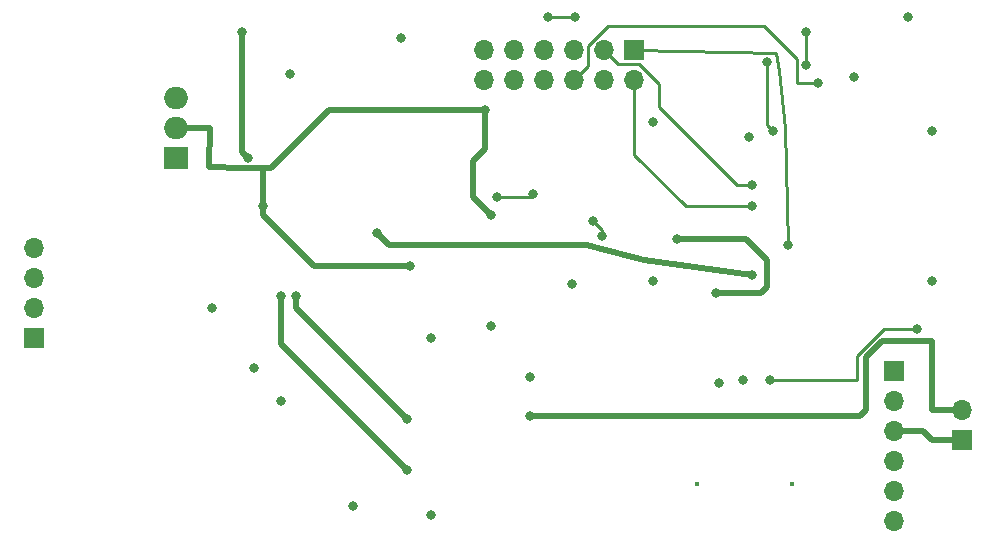
<source format=gbr>
%TF.GenerationSoftware,KiCad,Pcbnew,(5.1.9)-1*%
%TF.CreationDate,2021-03-13T19:54:34-06:00*%
%TF.ProjectId,SLKCAN,534c4b43-414e-42e6-9b69-6361645f7063,rev?*%
%TF.SameCoordinates,Original*%
%TF.FileFunction,Copper,L4,Bot*%
%TF.FilePolarity,Positive*%
%FSLAX46Y46*%
G04 Gerber Fmt 4.6, Leading zero omitted, Abs format (unit mm)*
G04 Created by KiCad (PCBNEW (5.1.9)-1) date 2021-03-13 19:54:34*
%MOMM*%
%LPD*%
G01*
G04 APERTURE LIST*
%TA.AperFunction,ComponentPad*%
%ADD10O,2.000000X1.905000*%
%TD*%
%TA.AperFunction,ComponentPad*%
%ADD11R,2.000000X1.905000*%
%TD*%
%TA.AperFunction,ComponentPad*%
%ADD12O,1.700000X1.700000*%
%TD*%
%TA.AperFunction,ComponentPad*%
%ADD13R,1.700000X1.700000*%
%TD*%
%TA.AperFunction,ComponentPad*%
%ADD14C,0.450000*%
%TD*%
%TA.AperFunction,ViaPad*%
%ADD15C,0.800000*%
%TD*%
%TA.AperFunction,Conductor*%
%ADD16C,0.508000*%
%TD*%
%TA.AperFunction,Conductor*%
%ADD17C,0.250000*%
%TD*%
G04 APERTURE END LIST*
D10*
%TO.P,U2,3*%
%TO.N,Net-(C1-Pad1)*%
X121920000Y-77470000D03*
%TO.P,U2,2*%
%TO.N,+5V*%
X121920000Y-80010000D03*
D11*
%TO.P,U2,1*%
%TO.N,GND*%
X121920000Y-82550000D03*
%TD*%
D12*
%TO.P,JP1,2*%
%TO.N,+5V*%
X188468000Y-103886000D03*
D13*
%TO.P,JP1,1*%
%TO.N,Net-(J1-Pad3)*%
X188468000Y-106426000D03*
%TD*%
D12*
%TO.P,J4,12*%
%TO.N,+5V*%
X148044993Y-75946495D03*
%TO.P,J4,11*%
%TO.N,GND*%
X148044993Y-73406495D03*
%TO.P,J4,10*%
%TO.N,+3V3*%
X150584993Y-75946495D03*
%TO.P,J4,9*%
%TO.N,AUX8*%
X150584993Y-73406495D03*
%TO.P,J4,8*%
%TO.N,AUX7*%
X153124993Y-75946495D03*
%TO.P,J4,7*%
%TO.N,AUX6*%
X153124993Y-73406495D03*
%TO.P,J4,6*%
%TO.N,AUX5*%
X155664993Y-75946495D03*
%TO.P,J4,5*%
%TO.N,AUX4*%
X155664993Y-73406495D03*
%TO.P,J4,4*%
%TO.N,AUX3*%
X158204993Y-75946495D03*
%TO.P,J4,3*%
%TO.N,AUX2*%
X158204993Y-73406495D03*
%TO.P,J4,2*%
%TO.N,AUX1*%
X160744993Y-75946495D03*
D13*
%TO.P,J4,1*%
%TO.N,AUX0*%
X160744993Y-73406495D03*
%TD*%
D14*
%TO.P,J3,15*%
%TO.N,N/C*%
X174044689Y-110140283D03*
%TO.P,J3,14*%
X166044689Y-110140283D03*
%TD*%
D12*
%TO.P,J2,4*%
%TO.N,Net-(J2-Pad4)*%
X109883783Y-90152253D03*
%TO.P,J2,3*%
%TO.N,Net-(J2-Pad3)*%
X109883783Y-92692253D03*
%TO.P,J2,2*%
%TO.N,Net-(J2-Pad2)*%
X109883783Y-95232253D03*
D13*
%TO.P,J2,1*%
%TO.N,Net-(J2-Pad1)*%
X109883783Y-97772253D03*
%TD*%
D12*
%TO.P,J1,6*%
%TO.N,Net-(J1-Pad6)*%
X182724303Y-113269275D03*
%TO.P,J1,5*%
%TO.N,UART0_TXD*%
X182724303Y-110729275D03*
%TO.P,J1,4*%
%TO.N,UART0_RXD*%
X182724303Y-108189275D03*
%TO.P,J1,3*%
%TO.N,Net-(J1-Pad3)*%
X182724303Y-105649275D03*
%TO.P,J1,2*%
%TO.N,Net-(J1-Pad2)*%
X182724303Y-103109275D03*
D13*
%TO.P,J1,1*%
%TO.N,GND*%
X182724303Y-100569275D03*
%TD*%
D15*
%TO.N,AUX5*%
X176276000Y-76200000D03*
%TO.N,AUX8*%
X175260000Y-74676000D03*
X175260000Y-71882000D03*
%TO.N,AUX6*%
X153416000Y-70612000D03*
X155702000Y-70612000D03*
%TO.N,AUX4*%
X172466000Y-80264000D03*
%TO.N,AUX1*%
X170688000Y-86614000D03*
%TO.N,AUX2*%
X170688000Y-84836000D03*
%TO.N,AUX0*%
X173736000Y-89916000D03*
%TO.N,GND*%
X130810000Y-103124000D03*
X128524000Y-100330000D03*
X143510000Y-97790000D03*
X124968000Y-95250000D03*
X131572000Y-75438000D03*
X136906000Y-112014000D03*
X151892000Y-101092000D03*
%TO.N,+3V3*%
X148590000Y-96774000D03*
%TO.N,+5V*%
X141732000Y-91694000D03*
%TO.N,GND*%
X170434000Y-80772000D03*
X162306000Y-79502000D03*
X185928000Y-80264000D03*
X185928000Y-92964000D03*
X155448000Y-93218000D03*
X167894000Y-101600000D03*
X179324000Y-75692000D03*
%TO.N,GPIO12_MISO*%
X157988000Y-89154000D03*
X157226000Y-87884000D03*
%TO.N,+3V3*%
X183896000Y-70612000D03*
%TO.N,+5V*%
X151892000Y-104394000D03*
%TO.N,GPIO23_VMOSI*%
X172212000Y-101346000D03*
X184658000Y-97028000D03*
%TO.N,Net-(SW1-Pad1)*%
X167640000Y-93980000D03*
X164338000Y-89408000D03*
%TO.N,+3V3*%
X169926000Y-101346000D03*
X162306000Y-92964000D03*
%TO.N,CAN_\u002AINT*%
X170688000Y-92456000D03*
X138938000Y-88900000D03*
%TO.N,CAN_SO*%
X149098000Y-85852000D03*
%TO.N,+5V*%
X148590000Y-87376000D03*
%TO.N,CAN_SO*%
X152146000Y-85598000D03*
%TO.N,Net-(U4-Pad1)*%
X130810000Y-94234000D03*
%TO.N,Net-(U4-Pad2)*%
X132080000Y-94234000D03*
X141478000Y-104648000D03*
%TO.N,Net-(U4-Pad1)*%
X141478000Y-108966000D03*
%TO.N,+3V3*%
X143510000Y-112776000D03*
%TO.N,+5V*%
X129286000Y-86614000D03*
X148082000Y-78486000D03*
%TO.N,+3V3*%
X140970000Y-72390000D03*
%TO.N,Net-(C11-Pad1)*%
X127508000Y-71882000D03*
X128016000Y-82550000D03*
%TO.N,AUX4*%
X171958000Y-74422000D03*
%TD*%
D16*
%TO.N,+5V*%
X123952000Y-80010000D02*
X121920000Y-80010000D01*
X124780000Y-80010000D02*
X123952000Y-80010000D01*
X124714000Y-83312000D02*
X124780000Y-80010000D01*
X127606079Y-83404001D02*
X124714000Y-83312000D01*
X134874000Y-78486000D02*
X129955999Y-83404001D01*
X148082000Y-78486000D02*
X134874000Y-78486000D01*
X129286000Y-83566000D02*
X129447999Y-83404001D01*
X129286000Y-86614000D02*
X129286000Y-83566000D01*
X129447999Y-83404001D02*
X127606079Y-83404001D01*
X129955999Y-83404001D02*
X129447999Y-83404001D01*
X147066000Y-85852000D02*
X148590000Y-87376000D01*
X147066000Y-82804000D02*
X147066000Y-85852000D01*
X148082000Y-81788000D02*
X147066000Y-82804000D01*
X148082000Y-78486000D02*
X148082000Y-81788000D01*
X129286000Y-86614000D02*
X129286000Y-87376000D01*
X133604000Y-91694000D02*
X141732000Y-91694000D01*
X129286000Y-87376000D02*
X133604000Y-91694000D01*
X188468000Y-103886000D02*
X185928000Y-103886000D01*
X185928000Y-103886000D02*
X185928000Y-98044000D01*
X185928000Y-98044000D02*
X181666842Y-98044000D01*
X181666842Y-98044000D02*
X180340000Y-99370842D01*
X180340000Y-99370842D02*
X180340000Y-103886000D01*
X179832000Y-104394000D02*
X151892000Y-104394000D01*
X180340000Y-103886000D02*
X179832000Y-104394000D01*
%TO.N,Net-(J1-Pad3)*%
X182724303Y-105649275D02*
X185151275Y-105649275D01*
X185928000Y-106426000D02*
X188468000Y-106426000D01*
X185151275Y-105649275D02*
X185928000Y-106426000D01*
%TO.N,Net-(SW1-Pad1)*%
X171450000Y-93980000D02*
X167640000Y-93980000D01*
X171958000Y-93472000D02*
X171450000Y-93980000D01*
X171958000Y-91186000D02*
X171958000Y-93472000D01*
X170180000Y-89408000D02*
X171958000Y-91186000D01*
X164338000Y-89408000D02*
X170180000Y-89408000D01*
D17*
%TO.N,CAN_SO*%
X151892000Y-85852000D02*
X152146000Y-85598000D01*
X149098000Y-85852000D02*
X151892000Y-85852000D01*
D16*
%TO.N,CAN_\u002AINT*%
X139954000Y-89916000D02*
X138938000Y-88900000D01*
X156718000Y-89916000D02*
X139954000Y-89916000D01*
X161544000Y-91186000D02*
X157321250Y-90074750D01*
X170688000Y-92456000D02*
X161544000Y-91186000D01*
X157321250Y-90074750D02*
X156718000Y-89916000D01*
%TO.N,Net-(U4-Pad2)*%
X132080000Y-95250000D02*
X141478000Y-104648000D01*
X132080000Y-94234000D02*
X132080000Y-95250000D01*
%TO.N,Net-(U4-Pad1)*%
X130810000Y-98298000D02*
X141478000Y-108966000D01*
X130810000Y-94234000D02*
X130810000Y-98298000D01*
%TO.N,Net-(C11-Pad1)*%
X127508000Y-82042000D02*
X128016000Y-82550000D01*
X127508000Y-71882000D02*
X127508000Y-82042000D01*
D17*
%TO.N,GPIO23_VMOSI*%
X172212000Y-101346000D02*
X179578000Y-101346000D01*
X179578000Y-101346000D02*
X179578000Y-99314000D01*
X181864000Y-97028000D02*
X184658000Y-97028000D01*
X179578000Y-99314000D02*
X181864000Y-97028000D01*
%TO.N,AUX8*%
X175260000Y-71882000D02*
X175260000Y-74676000D01*
%TO.N,AUX6*%
X155702000Y-70612000D02*
X153416000Y-70612000D01*
%TO.N,AUX5*%
X176276000Y-76200000D02*
X174498000Y-76200000D01*
X174498000Y-76200000D02*
X174498000Y-74168000D01*
X174498000Y-74168000D02*
X171704000Y-71374000D01*
X156839994Y-74771494D02*
X155664993Y-75946495D01*
X156839994Y-73032492D02*
X156839994Y-74771494D01*
X158498486Y-71374000D02*
X156839994Y-73032492D01*
X171704000Y-71374000D02*
X158498486Y-71374000D01*
%TO.N,AUX4*%
X171958000Y-79756000D02*
X172466000Y-80264000D01*
X171958000Y-74422000D02*
X171958000Y-79756000D01*
%TO.N,AUX2*%
X170688000Y-84836000D02*
X169418000Y-84836000D01*
X169418000Y-84836000D02*
X162814000Y-78232000D01*
X159379994Y-74581496D02*
X158204993Y-73406495D01*
X161118996Y-74581496D02*
X159379994Y-74581496D01*
X162814000Y-76276500D02*
X161118996Y-74581496D01*
X162814000Y-78232000D02*
X162814000Y-76276500D01*
%TO.N,AUX1*%
X170688000Y-86614000D02*
X165100000Y-86614000D01*
X160744993Y-82258993D02*
X160744993Y-75946495D01*
X165100000Y-86614000D02*
X160744993Y-82258993D01*
%TO.N,AUX0*%
X160745488Y-73406000D02*
X160744993Y-73406495D01*
X172720000Y-73660000D02*
X160745488Y-73406000D01*
X172974000Y-75184000D02*
X172720000Y-73660000D01*
X173482000Y-80010000D02*
X172974000Y-75184000D01*
X173736000Y-89916000D02*
X173482000Y-80010000D01*
%TO.N,GPIO12_MISO*%
X157988000Y-88646000D02*
X157226000Y-87884000D01*
X157988000Y-89154000D02*
X157988000Y-88646000D01*
%TD*%
M02*

</source>
